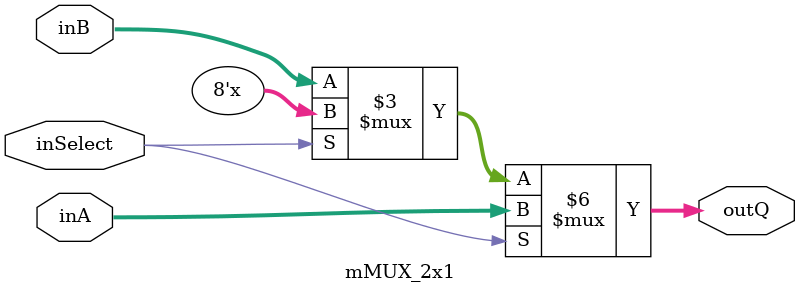
<source format=v>
module mMUX_2x1(input [7:0] inA,
					 input [7:0] inB,
					 input inSelect,
					 output reg [7:0] outQ);
					 
always@(inSelect)
if(inSelect)
	outQ <= inA;
else if (~inSelect)
	outQ <= inB;
	
endmodule

</source>
